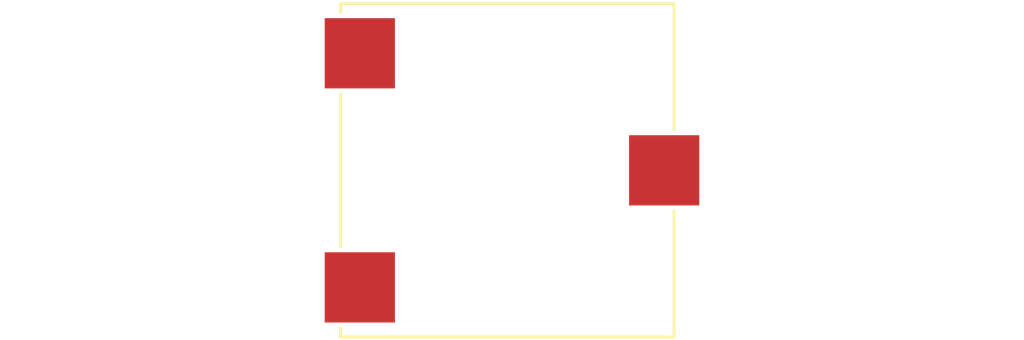
<source format=kicad_pcb>
(kicad_pcb (version 20240108) (generator pcbnew)
  (layers (0 "F.Cu" signal) (31 "B.Cu" signal) (34 "B.Paste" user) (35 "F.Paste" user) (36 "B.SilkS" user "B.Silkscreen") (37 "F.SilkS" user "F.Silkscreen") (38 "B.Mask" user) (39 "F.Mask" user) (44 "Edge.Cuts" user))
  (net 0 "")
  (footprint "Potentiometer_ACP_CA14-VSMD_Vertical_Hole" (layer "F.Cu") (at 0 0)
    (property "Reference" "REF**")
    (property "Value" "Potentiometer_ACP_CA14-VSMD_Vertical_Hole")
    (fp_line (start -7.32 -7.12) (end -7.32 -6.741) (layer "F.SilkS") (stroke (width 0.12)))
    (fp_line (start -7.32 -7.12) (end 6.92 -7.12) (layer "F.SilkS") (stroke (width 0.12)))
    (fp_line (start -7.32 -3.259) (end -7.32 3.26) (layer "F.SilkS") (stroke (width 0.12)))
    (fp_line (start -7.32 6.74) (end -7.32 7.12) (layer "F.SilkS") (stroke (width 0.12)))
    (fp_line (start -7.32 7.12) (end 6.92 7.12) (layer "F.SilkS") (stroke (width 0.12)))
    (fp_line (start 6.92 -7.12) (end 6.92 -1.74) (layer "F.SilkS") (stroke (width 0.12)))
    (fp_line (start 6.92 1.74) (end 6.92 7.12) (layer "F.SilkS") (stroke (width 0.12)))
    (pad "" np_thru_hole circle (at -0.2 0) (size 7 7) (drill 7) (layers *.Cu *.Mask))
    (pad "1" smd rect (at -6.5 5) (size 3 3) (layers "F.Cu" "F.Paste" "F.Mask"))
    (pad "2" smd rect (at 6.5 0) (size 3 3) (layers "F.Cu" "F.Paste" "F.Mask"))
    (pad "3" smd rect (at -6.5 -5) (size 3 3) (layers "F.Cu" "F.Paste" "F.Mask"))
  )
)
</source>
